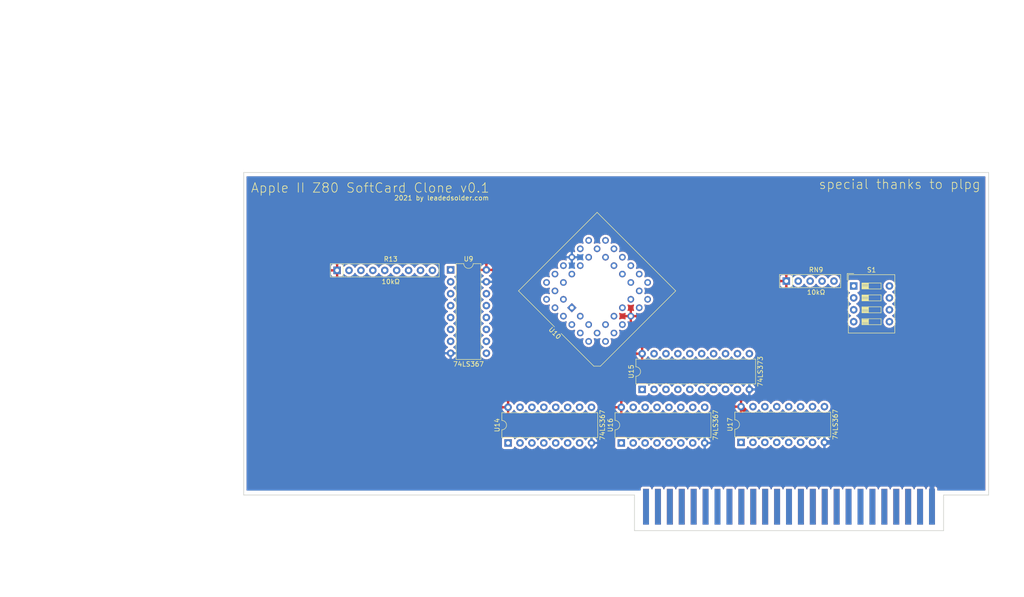
<source format=kicad_pcb>
(kicad_pcb (version 20171130) (host pcbnew "(5.1.5-0-10_14)")
  (title_block (title "Apple ][ 68008 card") (date 2021-09-10) (rev 1) (comment 2 DosFox) (comment 3 polprog))
  (layers (0 F.Cu signal) (31 B.Cu signal) (34 B.Paste user) (35 F.Paste user) (36 B.SilkS user) (37 F.SilkS user) (38 B.Mask user hide) (39 F.Mask user hide) (44 Edge.Cuts user))
  (net 0 "")
  (net 1 "Net-(BUS1-Pad19)")
  (net 2 "Net-(BUS1-Pad20)")
  (net 3 "Net-(BUS1-Pad32)")
  (net 4 "Net-(BUS1-Pad33)")
  (net 5 "Net-(BUS1-Pad34)")
  (net 6 "Net-(BUS1-Pad35)")
  (net 7 "Net-(BUS1-Pad39)")
  (net 8 "Net-(BUS1-Pad41)")
  (net 9 "Net-(BUS1-Pad50)")
  (net 10 "Net-(BUS1-Pad38)")
  (net 11 "Net-(BUS1-Pad37)")
  (net 12 "Net-(BUS1-Pad31)")
  (net 13 "Net-(BUS1-Pad24)")
  (net 14 "Net-(BUS1-Pad22)")
  (net 15 "Net-(BUS1-Pad21)")
  (net 16 "Net-(BUS1-Pad18)")
  (net 17 "Net-(BUS1-Pad1)")
  (net 18 "Net-(U10-Pad31)")
  (net 19 "Net-(U10-Pad32)")
  (net 20 "Net-(U10-Pad30)")
  (net 21 "Net-(U10-Pad28)")
  (net 22 "Net-(U10-Pad26)")
  (net 23 "Net-(U10-Pad22)")
  (net 24 "Net-(U10-Pad20)")
  (net 25 "Net-(U10-Pad27)")
  (net 26 "Net-(U10-Pad21)")
  (net 27 "Net-(U10-Pad7)")
  (net 28 GND)
  (net 29 +5V)
  (net 30 /a15)
  (net 31 /a14)
  (net 32 /a13)
  (net 33 /a12)
  (net 34 /a11)
  (net 35 /a10)
  (net 36 /a9)
  (net 37 /a8)
  (net 38 /a7)
  (net 39 /a6)
  (net 40 /a5)
  (net 41 /a4)
  (net 42 /a3)
  (net 43 /a2)
  (net 44 /a1)
  (net 45 /a0)
  (net 46 "Net-(U14-Pad15)")
  (net 47 "Net-(U14-Pad1)")
  (net 48 "Net-(U16-Pad15)")
  (net 49 "Net-(U16-Pad14)")
  (net 50 "Net-(U16-Pad13)")
  (net 51 "Net-(U16-Pad12)")
  (net 52 "Net-(U16-Pad11)")
  (net 53 "Net-(U16-Pad1)")
  (net 54 "Net-(U17-Pad15)")
  (net 55 "Net-(U17-Pad1)")
  (net 56 /a5')
  (net 57 /a3')
  (net 58 /a1')
  (net 59 /a6')
  (net 60 /a4')
  (net 61 /a2')
  (net 62 /a0')
  (net 63 /a8')
  (net 64 /a10')
  (net 65 /a14')
  (net 66 /a12')
  (net 67 /a7')
  (net 68 /a9')
  (net 69 /a15')
  (net 70 /a13')
  (net 71 /a11')
  (net 72 /d0)
  (net 73 /d1)
  (net 74 /d2)
  (net 75 /d3)
  (net 76 /d4)
  (net 77 /d5)
  (net 78 /d6)
  (net 79 /d7)
  (net 80 /ø0)
  (net 81 /d4')
  (net 82 /d2')
  (net 83 /d3')
  (net 84 /d7')
  (net 85 /d5')
  (net 86 /d0')
  (net 87 /d6')
  (net 88 /d1')
  (net 89 /~RD)
  (net 90 /~IRQ)
  (net 91 /~NMI)
  (net 92 /~Z80_IRQ)
  (net 93 /~Z80_NMI)
  (net 94 "Net-(RN9-Pad2)")
  (net 95 "Net-(S1-Pad8)")
  (net 96 "Net-(S1-Pad1)")
  (net 97 /7M)
  (net 98 /INT_IN_OUT)
  (net 99 /DMA_IN)
  (net 100 /~BUSRQ)
  (net 101 "Net-(U9-Pad14)")
  (net 102 "Net-(U9-Pad13)")
  (net 103 "Net-(U9-Pad12)")
  (net 104 "Net-(U9-Pad11)")
  (net 105 "Net-(U9-Pad1)")
  (module Package_DIP:DIP-16_W7.62mm (layer F.Cu) (at 113.608 77.37)
    (fp_text reference U9 (at 3.81 -2.33) (layer F.SilkS))
    (fp_text value 74LS367 (at 3.81 20.11) (layer F.SilkS))
    (fp_line (start 6.46 -1.33) (end 4.81 -1.33) (layer F.SilkS) (width 0.12))
    (fp_line (start 6.46 19.11) (end 6.46 -1.33) (layer F.SilkS) (width 0.12))
    (fp_line (start 1.16 19.11) (end 6.46 19.11) (layer F.SilkS) (width 0.12))
    (fp_line (start 1.16 -1.33) (end 1.16 19.11) (layer F.SilkS) (width 0.12))
    (fp_line (start 2.81 -1.33) (end 1.16 -1.33) (layer F.SilkS) (width 0.12))
    (fp_arc (start 3.81 -1.33) (end 2.81 -1.33) (angle -180) (layer F.SilkS) (width 0.12))
    (pad 16 thru_hole oval (at 7.62 0) (size 1.6 1.6) (drill 0.8) (layers *.Cu *.Mask) (net 29 +5V))
    (pad 8 thru_hole oval (at 0 17.78) (size 1.6 1.6) (drill 0.8) (layers *.Cu *.Mask) (net 28 GND))
    (pad 15 thru_hole oval (at 7.62 2.54) (size 1.6 1.6) (drill 0.8) (layers *.Cu *.Mask) (net 28 GND))
    (pad 7 thru_hole oval (at 0 15.24) (size 1.6 1.6) (drill 0.8) (layers *.Cu *.Mask) (net 78 /d6))
    (pad 14 thru_hole oval (at 7.62 5.08) (size 1.6 1.6) (drill 0.8) (layers *.Cu *.Mask) (net 101 "Net-(U9-Pad14)"))
    (pad 6 thru_hole oval (at 0 12.7) (size 1.6 1.6) (drill 0.8) (layers *.Cu *.Mask) (net 87 /d6'))
    (pad 13 thru_hole oval (at 7.62 7.62) (size 1.6 1.6) (drill 0.8) (layers *.Cu *.Mask) (net 102 "Net-(U9-Pad13)"))
    (pad 5 thru_hole oval (at 0 10.16) (size 1.6 1.6) (drill 0.8) (layers *.Cu *.Mask) (net 77 /d5))
    (pad 12 thru_hole oval (at 7.62 10.16) (size 1.6 1.6) (drill 0.8) (layers *.Cu *.Mask) (net 103 "Net-(U9-Pad12)"))
    (pad 4 thru_hole oval (at 0 7.62) (size 1.6 1.6) (drill 0.8) (layers *.Cu *.Mask) (net 85 /d5'))
    (pad 11 thru_hole oval (at 7.62 12.7) (size 1.6 1.6) (drill 0.8) (layers *.Cu *.Mask) (net 104 "Net-(U9-Pad11)"))
    (pad 3 thru_hole oval (at 0 5.08) (size 1.6 1.6) (drill 0.8) (layers *.Cu *.Mask) (net 76 /d4))
    (pad 10 thru_hole oval (at 7.62 15.24) (size 1.6 1.6) (drill 0.8) (layers *.Cu *.Mask) (net 84 /d7'))
    (pad 2 thru_hole oval (at 0 2.54) (size 1.6 1.6) (drill 0.8) (layers *.Cu *.Mask) (net 81 /d4'))
    (pad 9 thru_hole oval (at 7.62 17.78) (size 1.6 1.6) (drill 0.8) (layers *.Cu *.Mask) (net 79 /d7))
    (pad 1 thru_hole rect (at 0 0) (size 1.6 1.6) (drill 0.8) (layers *.Cu *.Mask) (net 105 "Net-(U9-Pad1)"))
  )
  (module Resistor_THT:R_Array_SIP9 (layer F.Cu) (at 89.408 77.47)
    (fp_text reference R13 (at 11.43 -2.4) (layer F.SilkS))
    (fp_text value 10kΩ (at 11.43 2.4) (layer F.SilkS))
    (fp_line (start 1.27 -1.4) (end 1.27 1.4) (layer F.SilkS) (width 0.12))
    (fp_line (start 21.76 -1.4) (end -1.44 -1.4) (layer F.SilkS) (width 0.12))
    (fp_line (start 21.76 1.4) (end 21.76 -1.4) (layer F.SilkS) (width 0.12))
    (fp_line (start -1.44 1.4) (end 21.76 1.4) (layer F.SilkS) (width 0.12))
    (fp_line (start -1.44 -1.4) (end -1.44 1.4) (layer F.SilkS) (width 0.12))
    (pad 9 thru_hole oval (at 20.32 0) (size 1.6 1.6) (drill 0.8) (layers *.Cu *.Mask) (net 87 /d6'))
    (pad 8 thru_hole oval (at 17.78 0) (size 1.6 1.6) (drill 0.8) (layers *.Cu *.Mask) (net 84 /d7'))
    (pad 7 thru_hole oval (at 15.24 0) (size 1.6 1.6) (drill 0.8) (layers *.Cu *.Mask) (net 85 /d5'))
    (pad 6 thru_hole oval (at 12.7 0) (size 1.6 1.6) (drill 0.8) (layers *.Cu *.Mask) (net 86 /d0'))
    (pad 5 thru_hole oval (at 10.16 0) (size 1.6 1.6) (drill 0.8) (layers *.Cu *.Mask) (net 83 /d3'))
    (pad 4 thru_hole oval (at 7.62 0) (size 1.6 1.6) (drill 0.8) (layers *.Cu *.Mask) (net 100 /~BUSRQ))
    (pad 3 thru_hole oval (at 5.08 0) (size 1.6 1.6) (drill 0.8) (layers *.Cu *.Mask) (net 88 /d1'))
    (pad 2 thru_hole oval (at 2.54 0) (size 1.6 1.6) (drill 0.8) (layers *.Cu *.Mask) (net 81 /d4'))
    (pad 1 thru_hole rect (at 0 0) (size 1.6 1.6) (drill 0.8) (layers *.Cu *.Mask) (net 29 +5V))
  )
  (module Button_Switch_THT:SW_DIP_SPSTx04_Slide_9.78x12.34mm_W7.62mm_P2.54mm (layer F.Cu) (at 199.531 80.806)
    (fp_text reference S1 (at 3.81 -3.42) (layer F.SilkS))
    (fp_text value SW_DIP_x04)
    (fp_line (start 3.133333 6.985) (end 3.133333 8.255) (layer F.SilkS) (width 0.12))
    (fp_line (start 1.78 8.185) (end 3.133333 8.185) (layer F.SilkS) (width 0.12))
    (fp_line (start 1.78 8.065) (end 3.133333 8.065) (layer F.SilkS) (width 0.12))
    (fp_line (start 1.78 7.945) (end 3.133333 7.945) (layer F.SilkS) (width 0.12))
    (fp_line (start 1.78 7.825) (end 3.133333 7.825) (layer F.SilkS) (width 0.12))
    (fp_line (start 1.78 7.705) (end 3.133333 7.705) (layer F.SilkS) (width 0.12))
    (fp_line (start 1.78 7.585) (end 3.133333 7.585) (layer F.SilkS) (width 0.12))
    (fp_line (start 1.78 7.465) (end 3.133333 7.465) (layer F.SilkS) (width 0.12))
    (fp_line (start 1.78 7.345) (end 3.133333 7.345) (layer F.SilkS) (width 0.12))
    (fp_line (start 1.78 7.225) (end 3.133333 7.225) (layer F.SilkS) (width 0.12))
    (fp_line (start 1.78 7.105) (end 3.133333 7.105) (layer F.SilkS) (width 0.12))
    (fp_line (start 5.84 6.985) (end 1.78 6.985) (layer F.SilkS) (width 0.12))
    (fp_line (start 5.84 8.255) (end 5.84 6.985) (layer F.SilkS) (width 0.12))
    (fp_line (start 1.78 8.255) (end 5.84 8.255) (layer F.SilkS) (width 0.12))
    (fp_line (start 1.78 6.985) (end 1.78 8.255) (layer F.SilkS) (width 0.12))
    (fp_line (start 3.133333 4.445) (end 3.133333 5.715) (layer F.SilkS) (width 0.12))
    (fp_line (start 1.78 5.645) (end 3.133333 5.645) (layer F.SilkS) (width 0.12))
    (fp_line (start 1.78 5.525) (end 3.133333 5.525) (layer F.SilkS) (width 0.12))
    (fp_line (start 1.78 5.405) (end 3.133333 5.405) (layer F.SilkS) (width 0.12))
    (fp_line (start 1.78 5.285) (end 3.133333 5.285) (layer F.SilkS) (width 0.12))
    (fp_line (start 1.78 5.165) (end 3.133333 5.165) (layer F.SilkS) (width 0.12))
    (fp_line (start 1.78 5.045) (end 3.133333 5.045) (layer F.SilkS) (width 0.12))
    (fp_line (start 1.78 4.925) (end 3.133333 4.925) (layer F.SilkS) (width 0.12))
    (fp_line (start 1.78 4.805) (end 3.133333 4.805) (layer F.SilkS) (width 0.12))
    (fp_line (start 1.78 4.685) (end 3.133333 4.685) (layer F.SilkS) (width 0.12))
    (fp_line (start 1.78 4.565) (end 3.133333 4.565) (layer F.SilkS) (width 0.12))
    (fp_line (start 5.84 4.445) (end 1.78 4.445) (layer F.SilkS) (width 0.12))
    (fp_line (start 5.84 5.715) (end 5.84 4.445) (layer F.SilkS) (width 0.12))
    (fp_line (start 1.78 5.715) (end 5.84 5.715) (layer F.SilkS) (width 0.12))
    (fp_line (start 1.78 4.445) (end 1.78 5.715) (layer F.SilkS) (width 0.12))
    (fp_line (start 3.133333 1.905) (end 3.133333 3.175) (layer F.SilkS) (width 0.12))
    (fp_line (start 1.78 3.105) (end 3.133333 3.105) (layer F.SilkS) (width 0.12))
    (fp_line (start 1.78 2.985) (end 3.133333 2.985) (layer F.SilkS) (width 0.12))
    (fp_line (start 1.78 2.865) (end 3.133333 2.865) (layer F.SilkS) (width 0.12))
    (fp_line (start 1.78 2.745) (end 3.133333 2.745) (layer F.SilkS) (width 0.12))
    (fp_line (start 1.78 2.625) (end 3.133333 2.625) (layer F.SilkS) (width 0.12))
    (fp_line (start 1.78 2.505) (end 3.133333 2.505) (layer F.SilkS) (width 0.12))
    (fp_line (start 1.78 2.385) (end 3.133333 2.385) (layer F.SilkS) (width 0.12))
    (fp_line (start 1.78 2.265) (end 3.133333 2.265) (layer F.SilkS) (width 0.12))
    (fp_line (start 1.78 2.145) (end 3.133333 2.145) (layer F.SilkS) (width 0.12))
    (fp_line (start 1.78 2.025) (end 3.133333 2.025) (layer F.SilkS) (width 0.12))
    (fp_line (start 5.84 1.905) (end 1.78 1.905) (layer F.SilkS) (width 0.12))
    (fp_line (start 5.84 3.175) (end 5.84 1.905) (layer F.SilkS) (width 0.12))
    (fp_line (start 1.78 3.175) (end 5.84 3.175) (layer F.SilkS) (width 0.12))
    (fp_line (start 1.78 1.905) (end 1.78 3.175) (layer F.SilkS) (width 0.12))
    (fp_line (start 3.133333 -0.635) (end 3.133333 0.635) (layer F.SilkS) (width 0.12))
    (fp_line (start 1.78 0.565) (end 3.133333 0.565) (layer F.SilkS) (width 0.12))
    (fp_line (start 1.78 0.445) (end 3.133333 0.445) (layer F.SilkS) (width 0.12))
    (fp_line (start 1.78 0.325) (end 3.133333 0.325) (layer F.SilkS) (width 0.12))
    (fp_line (start 1.78 0.205) (end 3.133333 0.205) (layer F.SilkS) (width 0.12))
    (fp_line (start 1.78 0.085) (end 3.133333 0.085) (layer F.SilkS) (width 0.12))
    (fp_line (start 1.78 -0.035) (end 3.133333 -0.035) (layer F.SilkS) (width 0.12))
    (fp_line (start 1.78 -0.155) (end 3.133333 -0.155) (layer F.SilkS) (width 0.12))
    (fp_line (start 1.78 -0.275) (end 3.133333 -0.275) (layer F.SilkS) (width 0.12))
    (fp_line (start 1.78 -0.395) (end 3.133333 -0.395) (layer F.SilkS) (width 0.12))
    (fp_line (start 1.78 -0.515) (end 3.133333 -0.515) (layer F.SilkS) (width 0.12))
    (fp_line (start 5.84 -0.635) (end 1.78 -0.635) (layer F.SilkS) (width 0.12))
    (fp_line (start 5.84 0.635) (end 5.84 -0.635) (layer F.SilkS) (width 0.12))
    (fp_line (start 1.78 0.635) (end 5.84 0.635) (layer F.SilkS) (width 0.12))
    (fp_line (start 1.78 -0.635) (end 1.78 0.635) (layer F.SilkS) (width 0.12))
    (fp_line (start -1.38 -2.66) (end -1.38 -1.277) (layer F.SilkS) (width 0.12))
    (fp_line (start -1.38 -2.66) (end 0.004 -2.66) (layer F.SilkS) (width 0.12))
    (fp_line (start 8.76 -2.42) (end 8.76 10.04) (layer F.SilkS) (width 0.12))
    (fp_line (start -1.14 -2.42) (end -1.14 10.04) (layer F.SilkS) (width 0.12))
    (fp_line (start -1.14 10.04) (end 8.76 10.04) (layer F.SilkS) (width 0.12))
    (fp_line (start -1.14 -2.42) (end 8.76 -2.42) (layer F.SilkS) (width 0.12))
    (pad 8 thru_hole oval (at 7.62 0) (size 1.6 1.6) (drill 0.8) (layers *.Cu *.Mask) (net 95 "Net-(S1-Pad8)"))
    (pad 4 thru_hole oval (at 0 7.62) (size 1.6 1.6) (drill 0.8) (layers *.Cu *.Mask) (net 92 /~Z80_IRQ))
    (pad 7 thru_hole oval (at 7.62 2.54) (size 1.6 1.6) (drill 0.8) (layers *.Cu *.Mask) (net 99 /DMA_IN))
    (pad 3 thru_hole oval (at 0 5.08) (size 1.6 1.6) (drill 0.8) (layers *.Cu *.Mask) (net 93 /~Z80_NMI))
    (pad 6 thru_hole oval (at 7.62 5.08) (size 1.6 1.6) (drill 0.8) (layers *.Cu *.Mask) (net 91 /~NMI))
    (pad 2 thru_hole oval (at 0 2.54) (size 1.6 1.6) (drill 0.8) (layers *.Cu *.Mask) (net 100 /~BUSRQ))
    (pad 5 thru_hole oval (at 7.62 7.62) (size 1.6 1.6) (drill 0.8) (layers *.Cu *.Mask) (net 90 /~IRQ))
    (pad 1 thru_hole rect (at 0 0) (size 1.6 1.6) (drill 0.8) (layers *.Cu *.Mask) (net 96 "Net-(S1-Pad1)"))
  )
  (module Resistor_THT:R_Array_SIP5 (layer F.Cu) (at 185.166 79.756)
    (fp_text reference RN9 (at 6.35 -2.4) (layer F.SilkS))
    (fp_text value 10kΩ (at 6.35 2.4) (layer F.SilkS))
    (fp_line (start 1.27 -1.4) (end 1.27 1.4) (layer F.SilkS) (width 0.12))
    (fp_line (start 11.6 -1.4) (end -1.44 -1.4) (layer F.SilkS) (width 0.12))
    (fp_line (start 11.6 1.4) (end 11.6 -1.4) (layer F.SilkS) (width 0.12))
    (fp_line (start -1.44 1.4) (end 11.6 1.4) (layer F.SilkS) (width 0.12))
    (fp_line (start -1.44 -1.4) (end -1.44 1.4) (layer F.SilkS) (width 0.12))
    (pad 5 thru_hole oval (at 10.16 0) (size 1.6 1.6) (drill 0.8) (layers *.Cu *.Mask) (net 92 /~Z80_IRQ))
    (pad 4 thru_hole oval (at 7.62 0) (size 1.6 1.6) (drill 0.8) (layers *.Cu *.Mask) (net 93 /~Z80_NMI))
    (pad 3 thru_hole oval (at 5.08 0) (size 1.6 1.6) (drill 0.8) (layers *.Cu *.Mask) (net 99 /DMA_IN))
    (pad 2 thru_hole oval (at 2.54 0) (size 1.6 1.6) (drill 0.8) (layers *.Cu *.Mask) (net 94 "Net-(RN9-Pad2)"))
    (pad 1 thru_hole rect (at 0 0) (size 1.6 1.6) (drill 0.8) (layers *.Cu *.Mask) (net 29 +5V))
  )
  (module Package_DIP:DIP-20_W7.62mm (layer F.Cu) (at 154.432 102.87 90)
    (fp_text reference U15 (at 3.81 -2.33 90) (layer F.SilkS))
    (fp_text value 74LS373 (at 3.81 25.19 90) (layer F.SilkS))
    (fp_line (start 6.46 -1.33) (end 4.81 -1.33) (layer F.SilkS) (width 0.12))
    (fp_line (start 6.46 24.19) (end 6.46 -1.33) (layer F.SilkS) (width 0.12))
    (fp_line (start 1.16 24.19) (end 6.46 24.19) (layer F.SilkS) (width 0.12))
    (fp_line (start 1.16 -1.33) (end 1.16 24.19) (layer F.SilkS) (width 0.12))
    (fp_line (start 2.81 -1.33) (end 1.16 -1.33) (layer F.SilkS) (width 0.12))
    (fp_arc (start 3.81 -1.33) (end 2.81 -1.33) (angle -180) (layer F.SilkS) (width 0.12))
    (pad 20 thru_hole oval (at 7.62 0 90) (size 1.6 1.6) (drill 0.8) (layers *.Cu *.Mask) (net 29 +5V))
    (pad 10 thru_hole oval (at 0 22.86 90) (size 1.6 1.6) (drill 0.8) (layers *.Cu *.Mask) (net 28 GND))
    (pad 19 thru_hole oval (at 7.62 2.54 90) (size 1.6 1.6) (drill 0.8) (layers *.Cu *.Mask) (net 81 /d4'))
    (pad 9 thru_hole oval (at 0 20.32 90) (size 1.6 1.6) (drill 0.8) (layers *.Cu *.Mask) (net 82 /d2'))
    (pad 18 thru_hole oval (at 7.62 5.08 90) (size 1.6 1.6) (drill 0.8) (layers *.Cu *.Mask) (net 76 /d4))
    (pad 8 thru_hole oval (at 0 17.78 90) (size 1.6 1.6) (drill 0.8) (layers *.Cu *.Mask) (net 74 /d2))
    (pad 17 thru_hole oval (at 7.62 7.62 90) (size 1.6 1.6) (drill 0.8) (layers *.Cu *.Mask) (net 75 /d3))
    (pad 7 thru_hole oval (at 0 15.24 90) (size 1.6 1.6) (drill 0.8) (layers *.Cu *.Mask) (net 79 /d7))
    (pad 16 thru_hole oval (at 7.62 10.16 90) (size 1.6 1.6) (drill 0.8) (layers *.Cu *.Mask) (net 83 /d3'))
    (pad 6 thru_hole oval (at 0 12.7 90) (size 1.6 1.6) (drill 0.8) (layers *.Cu *.Mask) (net 84 /d7'))
    (pad 15 thru_hole oval (at 7.62 12.7 90) (size 1.6 1.6) (drill 0.8) (layers *.Cu *.Mask) (net 85 /d5'))
    (pad 5 thru_hole oval (at 0 10.16 90) (size 1.6 1.6) (drill 0.8) (layers *.Cu *.Mask) (net 86 /d0'))
    (pad 14 thru_hole oval (at 7.62 15.24 90) (size 1.6 1.6) (drill 0.8) (layers *.Cu *.Mask) (net 77 /d5))
    (pad 4 thru_hole oval (at 0 7.62 90) (size 1.6 1.6) (drill 0.8) (layers *.Cu *.Mask) (net 72 /d0))
    (pad 13 thru_hole oval (at 7.62 17.78 90) (size 1.6 1.6) (drill 0.8) (layers *.Cu *.Mask) (net 78 /d6))
    (pad 3 thru_hole oval (at 0 5.08 90) (size 1.6 1.6) (drill 0.8) (layers *.Cu *.Mask) (net 73 /d1))
    (pad 12 thru_hole oval (at 7.62 20.32 90) (size 1.6 1.6) (drill 0.8) (layers *.Cu *.Mask) (net 87 /d6'))
    (pad 2 thru_hole oval (at 0 2.54 90) (size 1.6 1.6) (drill 0.8) (layers *.Cu *.Mask) (net 88 /d1'))
    (pad 11 thru_hole oval (at 7.62 22.86 90) (size 1.6 1.6) (drill 0.8) (layers *.Cu *.Mask) (net 80 /ø0))
    (pad 1 thru_hole rect (at 0 0 90) (size 1.6 1.6) (drill 0.8) (layers *.Cu *.Mask) (net 89 /~RD))
  )
  (module Package_DIP:DIP-16_W7.62mm (layer F.Cu) (at 175.514 114.173 90)
    (fp_text reference U17 (at 3.81 -2.33 90) (layer F.SilkS))
    (fp_text value 74LS367 (at 3.81 20.11 90) (layer F.SilkS))
    (fp_line (start 6.46 -1.33) (end 4.81 -1.33) (layer F.SilkS) (width 0.12))
    (fp_line (start 6.46 19.11) (end 6.46 -1.33) (layer F.SilkS) (width 0.12))
    (fp_line (start 1.16 19.11) (end 6.46 19.11) (layer F.SilkS) (width 0.12))
    (fp_line (start 1.16 -1.33) (end 1.16 19.11) (layer F.SilkS) (width 0.12))
    (fp_line (start 2.81 -1.33) (end 1.16 -1.33) (layer F.SilkS) (width 0.12))
    (fp_arc (start 3.81 -1.33) (end 2.81 -1.33) (angle -180) (layer F.SilkS) (width 0.12))
    (pad 16 thru_hole oval (at 7.62 0 90) (size 1.6 1.6) (drill 0.8) (layers *.Cu *.Mask) (net 29 +5V))
    (pad 8 thru_hole oval (at 0 17.78 90) (size 1.6 1.6) (drill 0.8) (layers *.Cu *.Mask) (net 28 GND))
    (pad 15 thru_hole oval (at 7.62 2.54 90) (size 1.6 1.6) (drill 0.8) (layers *.Cu *.Mask) (net 54 "Net-(U17-Pad15)"))
    (pad 7 thru_hole oval (at 0 15.24 90) (size 1.6 1.6) (drill 0.8) (layers *.Cu *.Mask) (net 35 /a10))
    (pad 14 thru_hole oval (at 7.62 5.08 90) (size 1.6 1.6) (drill 0.8) (layers *.Cu *.Mask) (net 70 /a13'))
    (pad 6 thru_hole oval (at 0 12.7 90) (size 1.6 1.6) (drill 0.8) (layers *.Cu *.Mask) (net 64 /a10'))
    (pad 13 thru_hole oval (at 7.62 7.62 90) (size 1.6 1.6) (drill 0.8) (layers *.Cu *.Mask) (net 32 /a13))
    (pad 5 thru_hole oval (at 0 10.16 90) (size 1.6 1.6) (drill 0.8) (layers *.Cu *.Mask) (net 30 /a15))
    (pad 12 thru_hole oval (at 7.62 10.16 90) (size 1.6 1.6) (drill 0.8) (layers *.Cu *.Mask) (net 65 /a14'))
    (pad 4 thru_hole oval (at 0 7.62 90) (size 1.6 1.6) (drill 0.8) (layers *.Cu *.Mask) (net 69 /a15'))
    (pad 11 thru_hole oval (at 7.62 12.7 90) (size 1.6 1.6) (drill 0.8) (layers *.Cu *.Mask) (net 31 /a14))
    (pad 3 thru_hole oval (at 0 5.08 90) (size 1.6 1.6) (drill 0.8) (layers *.Cu *.Mask) (net 33 /a12))
    (pad 10 thru_hole oval (at 7.62 15.24 90) (size 1.6 1.6) (drill 0.8) (layers *.Cu *.Mask) (net 71 /a11'))
    (pad 2 thru_hole oval (at 0 2.54 90) (size 1.6 1.6) (drill 0.8) (layers *.Cu *.Mask) (net 66 /a12'))
    (pad 9 thru_hole oval (at 7.62 17.78 90) (size 1.6 1.6) (drill 0.8) (layers *.Cu *.Mask) (net 34 /a11))
    (pad 1 thru_hole rect (at 0 0 90) (size 1.6 1.6) (drill 0.8) (layers *.Cu *.Mask) (net 55 "Net-(U17-Pad1)"))
  )
  (module Package_DIP:DIP-16_W7.62mm (layer F.Cu) (at 149.987 114.3 90)
    (fp_text reference U16 (at 3.81 -2.33 90) (layer F.SilkS))
    (fp_text value 74LS367 (at 3.81 20.11 90) (layer F.SilkS))
    (fp_line (start 6.46 -1.33) (end 4.81 -1.33) (layer F.SilkS) (width 0.12))
    (fp_line (start 6.46 19.11) (end 6.46 -1.33) (layer F.SilkS) (width 0.12))
    (fp_line (start 1.16 19.11) (end 6.46 19.11) (layer F.SilkS) (width 0.12))
    (fp_line (start 1.16 -1.33) (end 1.16 19.11) (layer F.SilkS) (width 0.12))
    (fp_line (start 2.81 -1.33) (end 1.16 -1.33) (layer F.SilkS) (width 0.12))
    (fp_arc (start 3.81 -1.33) (end 2.81 -1.33) (angle -180) (layer F.SilkS) (width 0.12))
    (pad 16 thru_hole oval (at 7.62 0 90) (size 1.6 1.6) (drill 0.8) (layers *.Cu *.Mask) (net 29 +5V))
    (pad 8 thru_hole oval (at 0 17.78 90) (size 1.6 1.6) (drill 0.8) (layers *.Cu *.Mask) (net 28 GND))
    (pad 15 thru_hole oval (at 7.62 2.54 90) (size 1.6 1.6) (drill 0.8) (layers *.Cu *.Mask) (net 48 "Net-(U16-Pad15)"))
    (pad 7 thru_hole oval (at 0 15.24 90) (size 1.6 1.6) (drill 0.8) (layers *.Cu *.Mask) (net 42 /a3))
    (pad 14 thru_hole oval (at 7.62 5.08 90) (size 1.6 1.6) (drill 0.8) (layers *.Cu *.Mask) (net 49 "Net-(U16-Pad14)"))
    (pad 6 thru_hole oval (at 0 12.7 90) (size 1.6 1.6) (drill 0.8) (layers *.Cu *.Mask) (net 57 /a3'))
    (pad 13 thru_hole oval (at 7.62 7.62 90) (size 1.6 1.6) (drill 0.8) (layers *.Cu *.Mask) (net 50 "Net-(U16-Pad13)"))
    (pad 5 thru_hole oval (at 0 10.16 90) (size 1.6 1.6) (drill 0.8) (layers *.Cu *.Mask) (net 44 /a1))
    (pad 12 thru_hole oval (at 7.62 10.16 90) (size 1.6 1.6) (drill 0.8) (layers *.Cu *.Mask) (net 51 "Net-(U16-Pad12)"))
    (pad 4 thru_hole oval (at 0 7.62 90) (size 1.6 1.6) (drill 0.8) (layers *.Cu *.Mask) (net 58 /a1'))
    (pad 11 thru_hole oval (at 7.62 12.7 90) (size 1.6 1.6) (drill 0.8) (layers *.Cu *.Mask) (net 52 "Net-(U16-Pad11)"))
    (pad 3 thru_hole oval (at 0 5.08 90) (size 1.6 1.6) (drill 0.8) (layers *.Cu *.Mask) (net 45 /a0))
    (pad 10 thru_hole oval (at 7.62 15.24 90) (size 1.6 1.6) (drill 0.8) (layers *.Cu *.Mask) (net 61 /a2'))
    (pad 2 thru_hole oval (at 0 2.54 90) (size 1.6 1.6) (drill 0.8) (layers *.Cu *.Mask) (net 62 /a0'))
    (pad 9 thru_hole oval (at 7.62 17.78 90) (size 1.6 1.6) (drill 0.8) (layers *.Cu *.Mask) (net 43 /a2))
    (pad 1 thru_hole rect (at 0 0 90) (size 1.6 1.6) (drill 0.8) (layers *.Cu *.Mask) (net 53 "Net-(U16-Pad1)"))
  )
  (module Package_DIP:DIP-16_W7.62mm (layer F.Cu) (at 125.857 114.3 90)
    (fp_text reference U14 (at 3.81 -2.33 90) (layer F.SilkS))
    (fp_text value 74LS367 (at 3.81 20.11 90) (layer F.SilkS))
    (fp_line (start 6.46 -1.33) (end 4.81 -1.33) (layer F.SilkS) (width 0.12))
    (fp_line (start 6.46 19.11) (end 6.46 -1.33) (layer F.SilkS) (width 0.12))
    (fp_line (start 1.16 19.11) (end 6.46 19.11) (layer F.SilkS) (width 0.12))
    (fp_line (start 1.16 -1.33) (end 1.16 19.11) (layer F.SilkS) (width 0.12))
    (fp_line (start 2.81 -1.33) (end 1.16 -1.33) (layer F.SilkS) (width 0.12))
    (fp_arc (start 3.81 -1.33) (end 2.81 -1.33) (angle -180) (layer F.SilkS) (width 0.12))
    (pad 16 thru_hole oval (at 7.62 0 90) (size 1.6 1.6) (drill 0.8) (layers *.Cu *.Mask) (net 29 +5V))
    (pad 8 thru_hole oval (at 0 17.78 90) (size 1.6 1.6) (drill 0.8) (layers *.Cu *.Mask) (net 28 GND))
    (pad 15 thru_hole oval (at 7.62 2.54 90) (size 1.6 1.6) (drill 0.8) (layers *.Cu *.Mask) (net 46 "Net-(U14-Pad15)"))
    (pad 7 thru_hole oval (at 0 15.24 90) (size 1.6 1.6) (drill 0.8) (layers *.Cu *.Mask) (net 36 /a9))
    (pad 14 thru_hole oval (at 7.62 5.08 90) (size 1.6 1.6) (drill 0.8) (layers *.Cu *.Mask) (net 56 /a5'))
    (pad 6 thru_hole oval (at 0 12.7 90) (size 1.6 1.6) (drill 0.8) (layers *.Cu *.Mask) (net 68 /a9'))
    (pad 13 thru_hole oval (at 7.62 7.62 90) (size 1.6 1.6) (drill 0.8) (layers *.Cu *.Mask) (net 40 /a5))
    (pad 5 thru_hole oval (at 0 10.16 90) (size 1.6 1.6) (drill 0.8) (layers *.Cu *.Mask) (net 38 /a7))
    (pad 12 thru_hole oval (at 7.62 10.16 90) (size 1.6 1.6) (drill 0.8) (layers *.Cu *.Mask) (net 59 /a6'))
    (pad 4 thru_hole oval (at 0 7.62 90) (size 1.6 1.6) (drill 0.8) (layers *.Cu *.Mask) (net 67 /a7'))
    (pad 11 thru_hole oval (at 7.62 12.7 90) (size 1.6 1.6) (drill 0.8) (layers *.Cu *.Mask) (net 39 /a6))
    (pad 3 thru_hole oval (at 0 5.08 90) (size 1.6 1.6) (drill 0.8) (layers *.Cu *.Mask) (net 41 /a4))
    (pad 10 thru_hole oval (at 7.62 15.24 90) (size 1.6 1.6) (drill 0.8) (layers *.Cu *.Mask) (net 63 /a8'))
    (pad 2 thru_hole oval (at 0 2.54 90) (size 1.6 1.6) (drill 0.8) (layers *.Cu *.Mask) (net 60 /a4'))
    (pad 9 thru_hole oval (at 7.62 17.78 90) (size 1.6 1.6) (drill 0.8) (layers *.Cu *.Mask) (net 37 /a8))
    (pad 1 thru_hole rect (at 0 0 90) (size 1.6 1.6) (drill 0.8) (layers *.Cu *.Mask) (net 47 "Net-(U14-Pad1)"))
  )
  (module Package_LCC:PLCC-44_THT-Socket (layer F.Cu) (at 139.446 85.4456 135)
    (fp_text reference U10 (at -1.27 -6.4 135) (layer F.SilkS))
    (fp_text value PLCCZ80)
    (fp_line (start 10.58 -5.5) (end -0.27 -5.5) (layer F.SilkS) (width 0.12))
    (fp_line (start 10.58 18.2) (end 10.58 -5.5) (layer F.SilkS) (width 0.12))
    (fp_line (start -13.12 18.2) (end 10.58 18.2) (layer F.SilkS) (width 0.12))
    (fp_line (start -13.12 -4.5) (end -13.12 18.2) (layer F.SilkS) (width 0.12))
    (fp_line (start -12.12 -5.5) (end -13.12 -4.5) (layer F.SilkS) (width 0.12))
    (fp_line (start -2.27 -5.5) (end -12.12 -5.5) (layer F.SilkS) (width 0.12))
    (pad 39 thru_hole circle (at 7.62 0 135) (size 1.4224 1.4224) (drill 0.8) (layers *.Cu *.Mask) (net 56 /a5'))
    (pad 37 thru_hole circle (at 7.62 2.54 135) (size 1.4224 1.4224) (drill 0.8) (layers *.Cu *.Mask) (net 57 /a3'))
    (pad 35 thru_hole circle (at 7.62 5.08 135) (size 1.4224 1.4224) (drill 0.8) (layers *.Cu *.Mask) (net 58 /a1'))
    (pad 33 thru_hole circle (at 7.62 7.62 135) (size 1.4224 1.4224) (drill 0.8) (layers *.Cu *.Mask) (net 28 GND))
    (pad 31 thru_hole circle (at 7.62 10.16 135) (size 1.4224 1.4224) (drill 0.8) (layers *.Cu *.Mask) (net 18 "Net-(U10-Pad31)"))
    (pad 40 thru_hole circle (at 5.08 -2.54 135) (size 1.4224 1.4224) (drill 0.8) (layers *.Cu *.Mask) (net 59 /a6'))
    (pad 38 thru_hole circle (at 5.08 2.54 135) (size 1.4224 1.4224) (drill 0.8) (layers *.Cu *.Mask) (net 60 /a4'))
    (pad 36 thru_hole circle (at 5.08 5.08 135) (size 1.4224 1.4224) (drill 0.8) (layers *.Cu *.Mask) (net 61 /a2'))
    (pad 34 thru_hole circle (at 5.08 7.62 135) (size 1.4224 1.4224) (drill 0.8) (layers *.Cu *.Mask) (net 62 /a0'))
    (pad 32 thru_hole circle (at 5.08 10.16 135) (size 1.4224 1.4224) (drill 0.8) (layers *.Cu *.Mask) (net 19 "Net-(U10-Pad32)"))
    (pad 30 thru_hole circle (at 5.08 12.7 135) (size 1.4224 1.4224) (drill 0.8) (layers *.Cu *.Mask) (net 20 "Net-(U10-Pad30)"))
    (pad 28 thru_hole circle (at 5.08 15.24 135) (size 1.4224 1.4224) (drill 0.8) (layers *.Cu *.Mask) (net 21 "Net-(U10-Pad28)"))
    (pad 26 thru_hole circle (at 2.54 15.24 135) (size 1.4224 1.4224) (drill 0.8) (layers *.Cu *.Mask) (net 22 "Net-(U10-Pad26)"))
    (pad 24 thru_hole circle (at 0 15.24 135) (size 1.4224 1.4224) (drill 0.8) (layers *.Cu *.Mask))
    (pad 22 thru_hole circle (at -2.54 15.24 135) (size 1.4224 1.4224) (drill 0.8) (layers *.Cu *.Mask) (net 23 "Net-(U10-Pad22)"))
    (pad 20 thru_hole circle (at -5.08 15.24 135) (size 1.4224 1.4224) (drill 0.8) (layers *.Cu *.Mask) (net 24 "Net-(U10-Pad20)"))
    (pad 18 thru_hole circle (at -7.62 15.24 135) (size 1.4224 1.4224) (drill 0.8) (layers *.Cu *.Mask) (net 92 /~Z80_IRQ))
    (pad 29 thru_hole circle (at 7.62 12.7 135) (size 1.4224 1.4224) (drill 0.8) (layers *.Cu *.Mask) (net 100 /~BUSRQ))
    (pad 27 thru_hole circle (at 2.54 12.7 135) (size 1.4224 1.4224) (drill 0.8) (layers *.Cu *.Mask) (net 25 "Net-(U10-Pad27)"))
    (pad 25 thru_hole circle (at 0 12.7 135) (size 1.4224 1.4224) (drill 0.8) (layers *.Cu *.Mask))
    (pad 23 thru_hole circle (at -2.54 12.7 135) (size 1.4224 1.4224) (drill 0.8) (layers *.Cu *.Mask) (net 89 /~RD))
    (pad 21 thru_hole circle (at -5.08 12.7 135) (size 1.4224 1.4224) (drill 0.8) (layers *.Cu *.Mask) (net 26 "Net-(U10-Pad21)"))
    (pad 19 thru_hole circle (at -7.62 12.7 135) (size 1.4224 1.4224) (drill 0.8) (layers *.Cu *.Mask) (net 93 /~Z80_NMI))
    (pad 17 thru_hole circle (at -10.16 12.7 135) (size 1.4224 1.4224) (drill 0.8) (layers *.Cu *.Mask) (net 88 /d1'))
    (pad 15 thru_hole circle (at -10.16 10.16 135) (size 1.4224 1.4224) (drill 0.8) (layers *.Cu *.Mask) (net 84 /d7'))
    (pad 13 thru_hole circle (at -10.16 7.62 135) (size 1.4224 1.4224) (drill 0.8) (layers *.Cu *.Mask) (net 29 +5V))
    (pad 11 thru_hole circle (at -10.16 5.08 135) (size 1.4224 1.4224) (drill 0.8) (layers *.Cu *.Mask) (net 87 /d6'))
    (pad 9 thru_hole circle (at -10.16 2.54 135) (size 1.4224 1.4224) (drill 0.8) (layers *.Cu *.Mask) (net 83 /d3'))
    (pad 7 thru_hole circle (at -10.16 0 135) (size 1.4224 1.4224) (drill 0.8) (layers *.Cu *.Mask) (net 27 "Net-(U10-Pad7)"))
    (pad 16 thru_hole circle (at -7.62 10.16 135) (size 1.4224 1.4224) (drill 0.8) (layers *.Cu *.Mask) (net 86 /d0'))
    (pad 14 thru_hole circle (at -7.62 7.62 135) (size 1.4224 1.4224) (drill 0.8) (layers *.Cu *.Mask) (net 82 /d2'))
    (pad 12 thru_hole circle (at -7.62 5.08 135) (size 1.4224 1.4224) (drill 0.8) (layers *.Cu *.Mask))
    (pad 10 thru_hole circle (at -7.62 2.54 135) (size 1.4224 1.4224) (drill 0.8) (layers *.Cu *.Mask) (net 85 /d5'))
    (pad 8 thru_hole circle (at -7.62 0 135) (size 1.4224 1.4224) (drill 0.8) (layers *.Cu *.Mask) (net 81 /d4'))
    (pad 42 thru_hole circle (at 2.54 -2.54 135) (size 1.4224 1.4224) (drill 0.8) (layers *.Cu *.Mask) (net 63 /a8'))
    (pad 44 thru_hole circle (at 0 -2.54 135) (size 1.4224 1.4224) (drill 0.8) (layers *.Cu *.Mask) (net 64 /a10'))
    (pad 6 thru_hole circle (at -7.62 -2.54 135) (size 1.4224 1.4224) (drill 0.8) (layers *.Cu *.Mask))
    (pad 4 thru_hole circle (at -5.08 -2.54 135) (size 1.4224 1.4224) (drill 0.8) (layers *.Cu *.Mask) (net 65 /a14'))
    (pad 2 thru_hole circle (at -2.54 -2.54 135) (size 1.4224 1.4224) (drill 0.8) (layers *.Cu *.Mask) (net 66 /a12'))
    (pad 41 thru_hole circle (at 5.08 0 135) (size 1.4224 1.4224) (drill 0.8) (layers *.Cu *.Mask) (net 67 /a7'))
    (pad 43 thru_hole circle (at 2.54 0 135) (size 1.4224 1.4224) (drill 0.8) (layers *.Cu *.Mask) (net 68 /a9'))
    (pad 5 thru_hole circle (at -5.08 0 135) (size 1.4224 1.4224) (drill 0.8) (layers *.Cu *.Mask) (net 69 /a15'))
    (pad 3 thru_hole circle (at -2.54 0 135) (size 1.4224 1.4224) (drill 0.8) (layers *.Cu *.Mask) (net 70 /a13'))
    (pad 1 thru_hole rect (at 0 0 135) (size 1.4224 1.4224) (drill 0.8) (layers *.Cu *.Mask) (net 71 /a11'))
  )
  (module Apple_ii_card:AppleII_card_edge (layer F.Cu) (at 185.74 124.1)
    (fp_text reference BUS1 hide)
    (fp_text value Connector_Apple-Apple_ii_68008-cache)
    (pad 50 smd rect (at -30.48 3.81) (size 1.27 7.62) (layers B.Cu B.Paste B.Mask) (net 9 "Net-(BUS1-Pad50)"))
    (pad 49 smd rect (at -27.94 3.81) (size 1.27 7.62) (layers B.Cu B.Paste B.Mask) (net 72 /d0))
    (pad 48 smd rect (at -25.4 3.81) (size 1.27 7.62) (layers B.Cu B.Paste B.Mask) (net 73 /d1))
    (pad 47 smd rect (at -22.86 3.81) (size 1.27 7.62) (layers B.Cu B.Paste B.Mask) (net 74 /d2))
    (pad 46 smd rect (at -20.32 3.81) (size 1.27 7.62) (layers B.Cu B.Paste B.Mask) (net 75 /d3))
    (pad 45 smd rect (at -17.78 3.81) (size 1.27 7.62) (layers B.Cu B.Paste B.Mask) (net 76 /d4))
    (pad 44 smd rect (at -15.24 3.81) (size 1.27 7.62) (layers B.Cu B.Paste B.Mask) (net 77 /d5))
    (pad 43 smd rect (at -12.7 3.81) (size 1.27 7.62) (layers B.Cu B.Paste B.Mask) (net 78 /d6))
    (pad 42 smd rect (at -10.16 3.81) (size 1.27 7.62) (layers B.Cu B.Paste B.Mask) (net 79 /d7))
    (pad 41 smd rect (at -7.62 3.81) (size 1.27 7.62) (layers B.Cu B.Paste B.Mask) (net 8 "Net-(BUS1-Pad41)"))
    (pad 40 smd rect (at -5.08 3.81) (size 1.27 7.62) (layers B.Cu B.Paste B.Mask) (net 80 /ø0))
    (pad 39 smd rect (at -2.54 3.81) (size 1.27 7.62) (layers B.Cu B.Paste B.Mask) (net 7 "Net-(BUS1-Pad39)"))
    (pad 38 smd rect (at 0 3.81) (size 1.27 7.62) (layers B.Cu B.Paste B.Mask) (net 10 "Net-(BUS1-Pad38)"))
    (pad 37 smd rect (at 2.54 3.81) (size 1.27 7.62) (layers B.Cu B.Paste B.Mask) (net 11 "Net-(BUS1-Pad37)"))
    (pad 36 smd rect (at 5.08 3.81) (size 1.27 7.62) (layers B.Cu B.Paste B.Mask) (net 97 /7M))
    (pad 35 smd rect (at 7.62 3.81) (size 1.27 7.62) (layers B.Cu B.Paste B.Mask) (net 6 "Net-(BUS1-Pad35)"))
    (pad 34 smd rect (at 10.16 3.81) (size 1.27 7.62) (layers B.Cu B.Paste B.Mask) (net 5 "Net-(BUS1-Pad34)"))
    (pad 33 smd rect (at 12.7 3.81) (size 1.27 7.62) (layers B.Cu B.Paste B.Mask) (net 4 "Net-(BUS1-Pad33)"))
    (pad 32 smd rect (at 15.24 3.81) (size 1.27 7.62) (layers B.Cu B.Paste B.Mask) (net 3 "Net-(BUS1-Pad32)"))
    (pad 31 smd rect (at 17.78 3.81) (size 1.27 7.62) (layers B.Cu B.Paste B.Mask) (net 12 "Net-(BUS1-Pad31)"))
    (pad 30 smd rect (at 20.32 3.81) (size 1.27 7.62) (layers B.Cu B.Paste B.Mask) (net 90 /~IRQ))
    (pad 29 smd rect (at 22.86 3.81) (size 1.27 7.62) (layers B.Cu B.Paste B.Mask) (net 91 /~NMI))
    (pad 28 smd rect (at 25.4 3.81) (size 1.27 7.62) (layers B.Cu B.Paste B.Mask) (net 98 /INT_IN_OUT))
    (pad 27 smd rect (at 27.94 3.81) (size 1.27 7.62) (layers B.Cu B.Paste B.Mask) (net 99 /DMA_IN))
    (pad 26 smd rect (at 30.48 3.81) (size 1.27 7.62) (layers B.Cu B.Paste B.Mask) (net 28 GND))
    (pad 25 smd rect (at 30.48 3.81) (size 1.27 7.62) (layers F.Cu F.Paste F.Mask) (net 29 +5V))
    (pad 24 smd rect (at 27.94 3.81) (size 1.27 7.62) (layers F.Cu F.Paste F.Mask) (net 13 "Net-(BUS1-Pad24)"))
    (pad 23 smd rect (at 25.4 3.81) (size 1.27 7.62) (layers F.Cu F.Paste F.Mask) (net 98 /INT_IN_OUT))
    (pad 22 smd rect (at 22.86 3.81) (size 1.27 7.62) (layers F.Cu F.Paste F.Mask) (net 14 "Net-(BUS1-Pad22)"))
    (pad 21 smd rect (at 20.32 3.81) (size 1.27 7.62) (layers F.Cu F.Paste F.Mask) (net 15 "Net-(BUS1-Pad21)"))
    (pad 20 smd rect (at 17.78 3.81) (size 1.27 7.62) (layers F.Cu F.Paste F.Mask) (net 2 "Net-(BUS1-Pad20)"))
    (pad 19 smd rect (at 15.24 3.81) (size 1.27 7.62) (layers F.Cu F.Paste F.Mask) (net 1 "Net-(BUS1-Pad19)"))
    (pad 18 smd rect (at 12.7 3.81) (size 1.27 7.62) (layers F.Cu F.Paste F.Mask) (net 16 "Net-(BUS1-Pad18)"))
    (pad 17 smd rect (at 10.16 3.81) (size 1.27 7.62) (layers F.Cu F.Paste F.Mask) (net 30 /a15))
    (pad 16 smd rect (at 7.62 3.81) (size 1.27 7.62) (layers F.Cu F.Paste F.Mask) (net 31 /a14))
    (pad 15 smd rect (at 5.08 3.81) (size 1.27 7.62) (layers F.Cu F.Paste F.Mask) (net 32 /a13))
    (pad 14 smd rect (at 2.54 3.81) (size 1.27 7.62) (layers F.Cu F.Paste F.Mask) (net 33 /a12))
    (pad 13 smd rect (at 0 3.81) (size 1.27 7.62) (layers F.Cu F.Paste F.Mask) (net 34 /a11))
    (pad 12 smd rect (at -2.54 3.81) (size 1.27 7.62) (layers F.Cu F.Paste F.Mask) (net 35 /a10))
    (pad 11 smd rect (at -5.08 3.81) (size 1.27 7.62) (layers F.Cu F.Paste F.Mask) (net 36 /a9))
    (pad 10 smd rect (at -7.62 3.81) (size 1.27 7.62) (layers F.Cu F.Paste F.Mask) (net 37 /a8))
    (pad 9 smd rect (at -10.16 3.81) (size 1.27 7.62) (layers F.Cu F.Paste F.Mask) (net 38 /a7))
    (pad 8 smd rect (at -12.7 3.81) (size 1.27 7.62) (layers F.Cu F.Paste F.Mask) (net 39 /a6))
    (pad 7 smd rect (at -15.24 3.81) (size 1.27 7.62) (layers F.Cu F.Paste F.Mask) (net 40 /a5))
    (pad 6 smd rect (at -17.78 3.81) (size 1.27 7.62) (layers F.Cu F.Paste F.Mask) (net 41 /a4))
    (pad 5 smd rect (at -20.32 3.81) (size 1.27 7.62) (layers F.Cu F.Paste F.Mask) (net 42 /a3))
    (pad 4 smd rect (at -22.86 3.81) (size 1.27 7.62) (layers F.Cu F.Paste F.Mask) (net 43 /a2))
    (pad 3 smd rect (at -25.4 3.81) (size 1.27 7.62) (layers F.Cu F.Paste F.Mask) (net 44 /a1))
    (pad 2 smd rect (at -27.94 3.81) (size 1.27 7.62) (layers F.Cu F.Paste F.Mask) (net 45 /a0))
    (pad 1 smd rect (at -30.48 3.81) (size 1.27 7.62) (layers F.Cu F.Paste F.Mask) (net 17 "Net-(BUS1-Pad1)"))
  )
  (gr_text "special thanks to plpg" (at 226.6696 59.1058) (layer F.SilkS) (effects (font (size 2 2)) (justify right)))
  (gr_text "2021 by leadedsolder.com" (at 111.6838 62.0268) (layer F.SilkS) (effects (font (size 1 1))))
  (gr_text "Apple II Z80 SoftCard Clone v0.1" (at 96.4692 59.8678) (layer F.SilkS) (effects (font (size 2 2))))
  (gr_line (start 218.7 133) (end 218.7 125.4) (layer Edge.Cuts) (width 0.15))
  (gr_line (start 152.8 133) (end 218.7 133) (layer Edge.Cuts) (width 0.15))
  (gr_line (start 152.8 125.4) (end 152.8 133) (layer Edge.Cuts) (width 0.15))
  (gr_line (start 228.3 125.4) (end 218.7 125.4) (layer Edge.Cuts) (width 0.15))
  (gr_line (start 69.5 125.4) (end 152.8 125.4) (layer Edge.Cuts) (width 0.15))
  (gr_line (start 228.3 56.6) (end 228.3 125.4) (layer Edge.Cuts) (width 0.15))
  (gr_line (start 69.5 56.6) (end 228.3 56.6) (layer Edge.Cuts) (width 0.15))
  (gr_line (start 69.5 125.4) (end 69.5 56.6) (layer Edge.Cuts) (width 0.15))
  (segment (start 207.293 114.173) (end 194.42537 114.173) (width 1) (layer B.Cu) (net 28))
  (segment (start 194.42537 114.173) (end 193.294 114.173) (width 1) (layer B.Cu) (net 28))
  (segment (start 216.22 123.1) (end 207.293 114.173) (width 1) (layer B.Cu) (net 28))
  (segment (start 216.22 127.91) (end 216.22 123.1) (width 1) (layer B.Cu) (net 28))
  (segment (start 216.22 123.1) (end 204.372 111.252) (width 1) (layer F.Cu) (net 29))
  (segment (start 216.22 127.91) (end 216.22 123.1) (width 1) (layer F.Cu) (net 29))
  (segment (start 180.213 111.252) (end 175.514 106.553) (width 1) (layer F.Cu) (net 29))
  (segment (start 204.372 111.252) (end 180.213 111.252) (width 1) (layer F.Cu) (net 29))
  (zone (net 29) (net_name +5V) (layer F.Cu) (connect_pads (clearance 0.508)) (min_thickness 0.254) (fill yes (arc_segments 32) (thermal_gap 0.508) (thermal_bridge_width 0.508))
    (polygon (pts (xy 227.584 124.46) (xy 70.104 124.46) (xy 70.104 57.404) (xy 227.584 57.404)))
  )
  (zone (net 28) (net_name GND) (layer B.Cu) (connect_pads (clearance 0.508)) (min_thickness 0.254) (fill yes (arc_segments 32) (thermal_gap 0.508) (thermal_bridge_width 0.508))
    (polygon (pts (xy 227.584 124.46) (xy 70.104 124.46) (xy 70.104 57.404) (xy 227.584 57.404)))
  )
)
</source>
